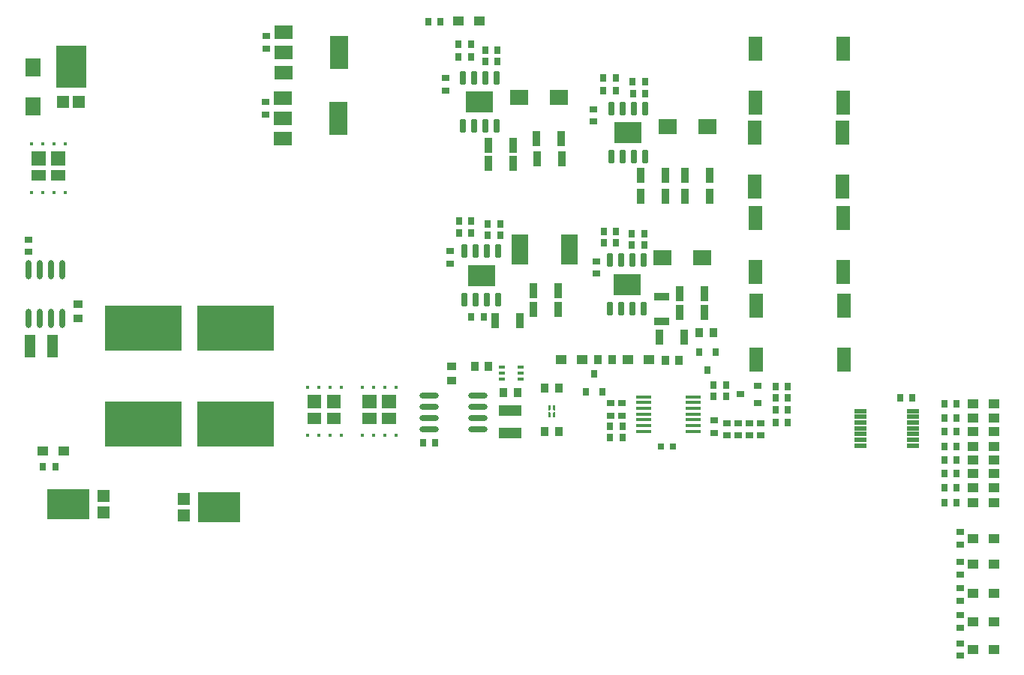
<source format=gbr>
%TF.GenerationSoftware,Altium Limited,Altium Designer,23.5.1 (21)*%
G04 Layer_Color=8421504*
%FSLAX45Y45*%
%MOMM*%
%TF.SameCoordinates,815A2C8C-8163-47E4-9813-AD16C0C63C49*%
%TF.FilePolarity,Positive*%
%TF.FileFunction,Paste,Top*%
%TF.Part,Single*%
G01*
G75*
%TA.AperFunction,SMDPad,CuDef*%
%ADD10R,8.75000X5.20000*%
%ADD11R,1.85000X3.40000*%
%ADD12R,2.00000X1.80000*%
%ADD15R,1.67640X0.35560*%
%ADD17R,0.90000X0.70000*%
%ADD18R,2.00000X1.50000*%
%ADD19R,2.00000X3.80000*%
%ADD20R,0.95000X1.70000*%
%ADD21R,0.70000X0.90000*%
G04:AMPARAMS|DCode=22|XSize=0.6mm|YSize=1.45mm|CornerRadius=0.051mm|HoleSize=0mm|Usage=FLASHONLY|Rotation=0.000|XOffset=0mm|YOffset=0mm|HoleType=Round|Shape=RoundedRectangle|*
%AMROUNDEDRECTD22*
21,1,0.60000,1.34800,0,0,0.0*
21,1,0.49800,1.45000,0,0,0.0*
1,1,0.10200,0.24900,-0.67400*
1,1,0.10200,-0.24900,-0.67400*
1,1,0.10200,-0.24900,0.67400*
1,1,0.10200,0.24900,0.67400*
%
%ADD22ROUNDEDRECTD22*%
G04:AMPARAMS|DCode=23|XSize=2.4mm|YSize=3.1mm|CornerRadius=0.048mm|HoleSize=0mm|Usage=FLASHONLY|Rotation=270.000|XOffset=0mm|YOffset=0mm|HoleType=Round|Shape=RoundedRectangle|*
%AMROUNDEDRECTD23*
21,1,2.40000,3.00400,0,0,270.0*
21,1,2.30400,3.10000,0,0,270.0*
1,1,0.09600,-1.50200,-1.15200*
1,1,0.09600,-1.50200,1.15200*
1,1,0.09600,1.50200,1.15200*
1,1,0.09600,1.50200,-1.15200*
%
%ADD23ROUNDEDRECTD23*%
%ADD24R,1.25000X1.10000*%
%ADD25R,1.40000X1.39000*%
%ADD26R,4.86000X3.36000*%
%ADD27R,1.20000X2.60000*%
%ADD28R,1.00000X0.90000*%
%ADD29O,0.70000X2.20000*%
G04:AMPARAMS|DCode=30|XSize=0.4mm|YSize=0.65mm|CornerRadius=0.05mm|HoleSize=0mm|Usage=FLASHONLY|Rotation=90.000|XOffset=0mm|YOffset=0mm|HoleType=Round|Shape=RoundedRectangle|*
%AMROUNDEDRECTD30*
21,1,0.40000,0.55000,0,0,90.0*
21,1,0.30000,0.65000,0,0,90.0*
1,1,0.10000,0.27500,0.15000*
1,1,0.10000,0.27500,-0.15000*
1,1,0.10000,-0.27500,-0.15000*
1,1,0.10000,-0.27500,0.15000*
%
%ADD30ROUNDEDRECTD30*%
%ADD31R,0.90000X1.00000*%
%ADD32R,0.80000X0.90000*%
%ADD33R,1.57480X2.81940*%
G04:AMPARAMS|DCode=34|XSize=0.45mm|YSize=1.4mm|CornerRadius=0.0495mm|HoleSize=0mm|Usage=FLASHONLY|Rotation=90.000|XOffset=0mm|YOffset=0mm|HoleType=Round|Shape=RoundedRectangle|*
%AMROUNDEDRECTD34*
21,1,0.45000,1.30100,0,0,90.0*
21,1,0.35100,1.40000,0,0,90.0*
1,1,0.09900,0.65050,0.17550*
1,1,0.09900,0.65050,-0.17550*
1,1,0.09900,-0.65050,-0.17550*
1,1,0.09900,-0.65050,0.17550*
%
%ADD34ROUNDEDRECTD34*%
%ADD35R,2.60000X1.20000*%
%ADD36O,2.20000X0.70000*%
%ADD37R,1.70000X0.95000*%
%ADD38R,3.36000X4.86000*%
%ADD39R,1.39000X1.40000*%
%ADD40R,1.80000X2.10000*%
%ADD41R,0.90000X0.80000*%
%ADD42R,0.65000X0.70000*%
%ADD128R,0.45009X0.43009*%
G36*
X1907540Y8954541D02*
X2064512D01*
Y8831047D01*
X1907540D01*
Y8954541D01*
D02*
G37*
G36*
Y9004554D02*
X2064512D01*
Y9163050D01*
X1907540D01*
Y9004554D01*
D02*
G37*
G36*
X2283460Y8954541D02*
X2126488D01*
Y8831047D01*
X2283460D01*
Y8954541D01*
D02*
G37*
G36*
Y9004554D02*
X2126488D01*
Y9163050D01*
X2283460D01*
Y9004554D01*
D02*
G37*
G36*
X5019040Y6204991D02*
X5176012D01*
Y6081497D01*
X5019040D01*
Y6204991D01*
D02*
G37*
G36*
Y6255004D02*
X5176012D01*
Y6413500D01*
X5019040D01*
Y6255004D01*
D02*
G37*
G36*
X5394960Y6204991D02*
X5237988D01*
Y6081497D01*
X5394960D01*
Y6204991D01*
D02*
G37*
G36*
Y6255004D02*
X5237988D01*
Y6413500D01*
X5394960D01*
Y6255004D01*
D02*
G37*
G36*
X5641340Y6204991D02*
X5798312D01*
Y6081497D01*
X5641340D01*
Y6204991D01*
D02*
G37*
G36*
Y6255004D02*
X5798312D01*
Y6413500D01*
X5641340D01*
Y6255004D01*
D02*
G37*
G36*
X6017260Y6204991D02*
X5860288D01*
Y6081497D01*
X6017260D01*
Y6204991D01*
D02*
G37*
G36*
Y6255004D02*
X5860288D01*
Y6413500D01*
X6017260D01*
Y6255004D01*
D02*
G37*
G36*
X7737922Y6155333D02*
X7766149D01*
Y6198628D01*
D01*
X7752007Y6212770D01*
D01*
X7737922D01*
Y6155333D01*
D02*
G37*
G36*
X7786149D02*
X7814376D01*
Y6212770D01*
X7800291D01*
D01*
X7786149Y6198628D01*
D01*
Y6155333D01*
D02*
G37*
G36*
X7737922Y6232770D02*
X7752007D01*
D01*
X7766149Y6246913D01*
D01*
Y6290207D01*
X7737922D01*
Y6232770D01*
D02*
G37*
G36*
X7800291D02*
X7814376D01*
Y6290207D01*
X7786149D01*
Y6246913D01*
D01*
X7800291Y6232770D01*
D01*
D02*
G37*
D10*
X3162300Y7162800D02*
D03*
Y6082800D02*
D03*
X4203700Y7162800D02*
D03*
Y6082800D02*
D03*
D11*
X7416010Y8051800D02*
D03*
X7971010D02*
D03*
D12*
X9474200Y7962900D02*
D03*
X9024200D02*
D03*
X7854921Y9767800D02*
D03*
X7404920D02*
D03*
X9532499Y9437600D02*
D03*
X9082499D02*
D03*
D15*
X8810021Y6387520D02*
D03*
Y6322520D02*
D03*
Y6257520D02*
D03*
Y6192520D02*
D03*
Y6127520D02*
D03*
Y6062520D02*
D03*
Y5997520D02*
D03*
X9373901Y5997520D02*
D03*
Y6062520D02*
D03*
Y6127520D02*
D03*
Y6192520D02*
D03*
Y6257520D02*
D03*
Y6322520D02*
D03*
Y6387520D02*
D03*
D17*
X4548054Y9717021D02*
D03*
Y9577021D02*
D03*
X1873250Y8026100D02*
D03*
Y8166100D02*
D03*
X6626214Y7892900D02*
D03*
Y8032900D02*
D03*
X12382499Y4520786D02*
D03*
Y4380786D02*
D03*
X4555284Y10464950D02*
D03*
Y10324950D02*
D03*
X8246761Y9639600D02*
D03*
Y9499600D02*
D03*
X6581471Y9988700D02*
D03*
Y9848700D02*
D03*
X8280400Y7778600D02*
D03*
Y7918600D02*
D03*
X12382499Y4857901D02*
D03*
Y4717901D02*
D03*
X12382500Y4222900D02*
D03*
Y4082900D02*
D03*
Y3918100D02*
D03*
Y3778100D02*
D03*
Y3600600D02*
D03*
Y3460600D02*
D03*
X8439150Y6316820D02*
D03*
Y6176821D02*
D03*
X8566150Y6176820D02*
D03*
Y6316820D02*
D03*
X9752921Y5951150D02*
D03*
Y6091150D02*
D03*
X9610121Y6121550D02*
D03*
Y5981550D02*
D03*
X10133921Y5951150D02*
D03*
Y6091150D02*
D03*
X10006921Y5951150D02*
D03*
Y6091150D02*
D03*
X9879921Y5951150D02*
D03*
Y6091150D02*
D03*
D18*
X4739600Y9763875D02*
D03*
Y9533875D02*
D03*
Y9303875D02*
D03*
X4745950Y10511052D02*
D03*
Y10281052D02*
D03*
Y10051052D02*
D03*
D19*
X5369600Y9533875D02*
D03*
X5375950Y10281052D02*
D03*
D20*
X7565673Y7586921D02*
D03*
X7845673D02*
D03*
X7565673Y7377371D02*
D03*
X7845673D02*
D03*
X7414410Y7251700D02*
D03*
X7134410D02*
D03*
X9556978Y8889999D02*
D03*
X9276978D02*
D03*
X9556978Y8655050D02*
D03*
X9276978D02*
D03*
X8779538Y8889999D02*
D03*
X9059538D02*
D03*
X8781450Y8655050D02*
D03*
X9061450D02*
D03*
X7056945Y9232900D02*
D03*
X7336945D02*
D03*
X7060900Y9023350D02*
D03*
X7340900D02*
D03*
X7887000Y9074150D02*
D03*
X7607000D02*
D03*
X7881210Y9307600D02*
D03*
X7601210D02*
D03*
X8991300Y7061200D02*
D03*
X9271300D02*
D03*
X9499600Y7340600D02*
D03*
X9219600D02*
D03*
X9219900Y7556500D02*
D03*
X9499900D02*
D03*
D21*
X7052010Y8343900D02*
D03*
X7192010D02*
D03*
X6867600Y8375620D02*
D03*
X6727600D02*
D03*
X6867600Y8242838D02*
D03*
X6727600D02*
D03*
X2035021Y5594350D02*
D03*
X2175021D02*
D03*
X6867710Y7289800D02*
D03*
X7007710D02*
D03*
X7192010Y8216900D02*
D03*
X7052010D02*
D03*
X8496450Y9848700D02*
D03*
X8356450D02*
D03*
Y9988700D02*
D03*
X8496450D02*
D03*
X8688992Y9950450D02*
D03*
X8828992D02*
D03*
X8691362Y9817100D02*
D03*
X8831362D02*
D03*
X6721810Y10369550D02*
D03*
X6861810D02*
D03*
X6864350Y10229850D02*
D03*
X6724350D02*
D03*
X7022950Y10306050D02*
D03*
X7162950D02*
D03*
X7022950Y10179050D02*
D03*
X7162950D02*
D03*
X8502800Y8255000D02*
D03*
X8362800D02*
D03*
X12207701Y6311900D02*
D03*
X12347701D02*
D03*
X12207701Y6146800D02*
D03*
X12347701D02*
D03*
X12207701Y5994400D02*
D03*
X12347701D02*
D03*
X12207701Y5829300D02*
D03*
X12347701D02*
D03*
X12207701Y5676900D02*
D03*
X12347701D02*
D03*
X12207701Y5524500D02*
D03*
X12347701D02*
D03*
X12207701Y5359400D02*
D03*
X12347701D02*
D03*
X12207701Y5194300D02*
D03*
X12347701D02*
D03*
X11848044Y6375400D02*
D03*
X11708044D02*
D03*
X8680300Y8229600D02*
D03*
X8820300D02*
D03*
X8680300Y8102600D02*
D03*
X8820300D02*
D03*
X8362800Y8128000D02*
D03*
X8502800D02*
D03*
X6322500Y5867400D02*
D03*
X6462500D02*
D03*
X8572650Y6056321D02*
D03*
X8432650D02*
D03*
X8572650Y5924320D02*
D03*
X8432650D02*
D03*
X6381600Y10629900D02*
D03*
X6521600D02*
D03*
X10442121Y6099250D02*
D03*
X10302121D02*
D03*
X10302121Y6238950D02*
D03*
X10442121D02*
D03*
X10302121Y6378650D02*
D03*
X10442121D02*
D03*
X10442121Y6505650D02*
D03*
X10302121D02*
D03*
X9603621Y6394450D02*
D03*
X9743621D02*
D03*
X9603621Y6521450D02*
D03*
X9743621D02*
D03*
D22*
X6791810Y7487200D02*
D03*
X6918810D02*
D03*
X7045810D02*
D03*
X7172810D02*
D03*
X6791810Y8032200D02*
D03*
X6918810D02*
D03*
X7045810D02*
D03*
X7172810D02*
D03*
X7151690Y9994350D02*
D03*
X7024690D02*
D03*
X6897690D02*
D03*
X6770690D02*
D03*
X7151690Y9449350D02*
D03*
X7024690D02*
D03*
X6897690D02*
D03*
X6770690D02*
D03*
X8445500Y9100100D02*
D03*
X8572500D02*
D03*
X8699500D02*
D03*
X8826500D02*
D03*
X8445500Y9645100D02*
D03*
X8572500D02*
D03*
X8699500D02*
D03*
X8826500D02*
D03*
X8813800Y7930600D02*
D03*
X8686800D02*
D03*
X8559800D02*
D03*
X8432800D02*
D03*
X8813800Y7385600D02*
D03*
X8686800D02*
D03*
X8559800D02*
D03*
X8432800D02*
D03*
D23*
X6982310Y7759700D02*
D03*
X6961190Y9721850D02*
D03*
X8636000Y9372600D02*
D03*
X8623300Y7658100D02*
D03*
D24*
X2035150Y5778500D02*
D03*
X2270150D02*
D03*
X8636269Y6807779D02*
D03*
X8871269D02*
D03*
X7883553Y6811222D02*
D03*
X8118553D02*
D03*
X12766700Y4493125D02*
D03*
X12531700D02*
D03*
X12766700Y4787901D02*
D03*
X12531700D02*
D03*
X12766700Y4165600D02*
D03*
X12531700D02*
D03*
X12766700Y3848100D02*
D03*
X12531700D02*
D03*
X12766700Y3530600D02*
D03*
X12531700D02*
D03*
X12763501Y5194300D02*
D03*
X12528501D02*
D03*
X12763501Y5359400D02*
D03*
X12528501D02*
D03*
X12763501Y5522000D02*
D03*
X12528501D02*
D03*
X12763501Y5676900D02*
D03*
X12528501D02*
D03*
X12763501Y5829300D02*
D03*
X12528501D02*
D03*
X12763501Y5994400D02*
D03*
X12528501D02*
D03*
X12763501Y6146800D02*
D03*
X12528501D02*
D03*
X12763501Y6311900D02*
D03*
X12528501D02*
D03*
X6958689Y10636250D02*
D03*
X6723689D02*
D03*
D25*
X2715950Y5267250D02*
D03*
Y5083250D02*
D03*
X3619500Y5048400D02*
D03*
Y5232400D02*
D03*
D26*
X2317750Y5175250D02*
D03*
X4017700Y5140400D02*
D03*
D27*
X2138776Y6959599D02*
D03*
X1883776D02*
D03*
D28*
X2432050Y7433300D02*
D03*
Y7273300D02*
D03*
X6643380Y6734986D02*
D03*
Y6574986D02*
D03*
D29*
X1873250Y7275150D02*
D03*
X2000250D02*
D03*
X2127250D02*
D03*
X2254250D02*
D03*
X1873250Y7825150D02*
D03*
X2000250D02*
D03*
X2127250D02*
D03*
X2254250D02*
D03*
D30*
X7420279Y6719986D02*
D03*
Y6654986D02*
D03*
Y6589986D02*
D03*
X7215278D02*
D03*
Y6654986D02*
D03*
Y6719986D02*
D03*
D31*
X9440766Y7112000D02*
D03*
X9600766D02*
D03*
X9214920Y6803717D02*
D03*
X9054920D02*
D03*
X8459270Y6811222D02*
D03*
X8299270D02*
D03*
X7389964Y6436225D02*
D03*
X7229964D02*
D03*
X7852399Y5992460D02*
D03*
X7692399D02*
D03*
X6904358Y6734986D02*
D03*
X7064357D02*
D03*
X7692399Y6483350D02*
D03*
X7852399D02*
D03*
D32*
X9627901Y6890167D02*
D03*
X9437902D02*
D03*
X9532901Y6690167D02*
D03*
X8159661Y6444320D02*
D03*
X8349661D02*
D03*
X8254661Y6644320D02*
D03*
D33*
X10071100Y9715500D02*
D03*
Y10325100D02*
D03*
X11061700D02*
D03*
Y9715500D02*
D03*
X10069190Y8763000D02*
D03*
Y9372600D02*
D03*
X11059790D02*
D03*
Y8763000D02*
D03*
X10083800Y6807200D02*
D03*
Y7416800D02*
D03*
X11074400D02*
D03*
Y6807200D02*
D03*
X10071100Y7797800D02*
D03*
Y8407400D02*
D03*
X11061700D02*
D03*
Y7797800D02*
D03*
D34*
X11852000Y5837500D02*
D03*
Y5902500D02*
D03*
Y5967500D02*
D03*
Y6032500D02*
D03*
Y6097500D02*
D03*
Y6162500D02*
D03*
Y6227500D02*
D03*
X11262000Y5837500D02*
D03*
Y5902500D02*
D03*
Y5967500D02*
D03*
Y6032500D02*
D03*
Y6097500D02*
D03*
Y6162500D02*
D03*
Y6227500D02*
D03*
D35*
X7302500Y6236200D02*
D03*
Y5981200D02*
D03*
D36*
X6942500Y6019800D02*
D03*
Y6146800D02*
D03*
Y6273800D02*
D03*
Y6400800D02*
D03*
X6392500Y6019800D02*
D03*
Y6146800D02*
D03*
Y6273800D02*
D03*
Y6400800D02*
D03*
D37*
X9017000Y7238400D02*
D03*
Y7518400D02*
D03*
D38*
X2349500Y10121900D02*
D03*
D39*
X2257500Y9723700D02*
D03*
X2441500D02*
D03*
D40*
X1924050Y9666950D02*
D03*
Y10106950D02*
D03*
D41*
X9903821Y6414770D02*
D03*
X10103821Y6509770D02*
D03*
Y6319770D02*
D03*
D42*
X9011247Y5822950D02*
D03*
X9146247D02*
D03*
D128*
X5016500Y5949493D02*
D03*
X5143500D02*
D03*
X5270500D02*
D03*
X5397500D02*
D03*
Y6496507D02*
D03*
X5270500D02*
D03*
X5143500D02*
D03*
X5016500D02*
D03*
X5638800Y5949493D02*
D03*
X5765800D02*
D03*
X5892800D02*
D03*
X6019800D02*
D03*
Y6496507D02*
D03*
X5892800D02*
D03*
X5765800D02*
D03*
X5638800D02*
D03*
X1905000Y8699043D02*
D03*
X2032000D02*
D03*
X2159000D02*
D03*
X2286000D02*
D03*
Y9246057D02*
D03*
X2159000D02*
D03*
X2032000D02*
D03*
X1905000D02*
D03*
%TF.MD5,92aa6a00d8e12364bed4f13d1d81dd75*%
M02*

</source>
